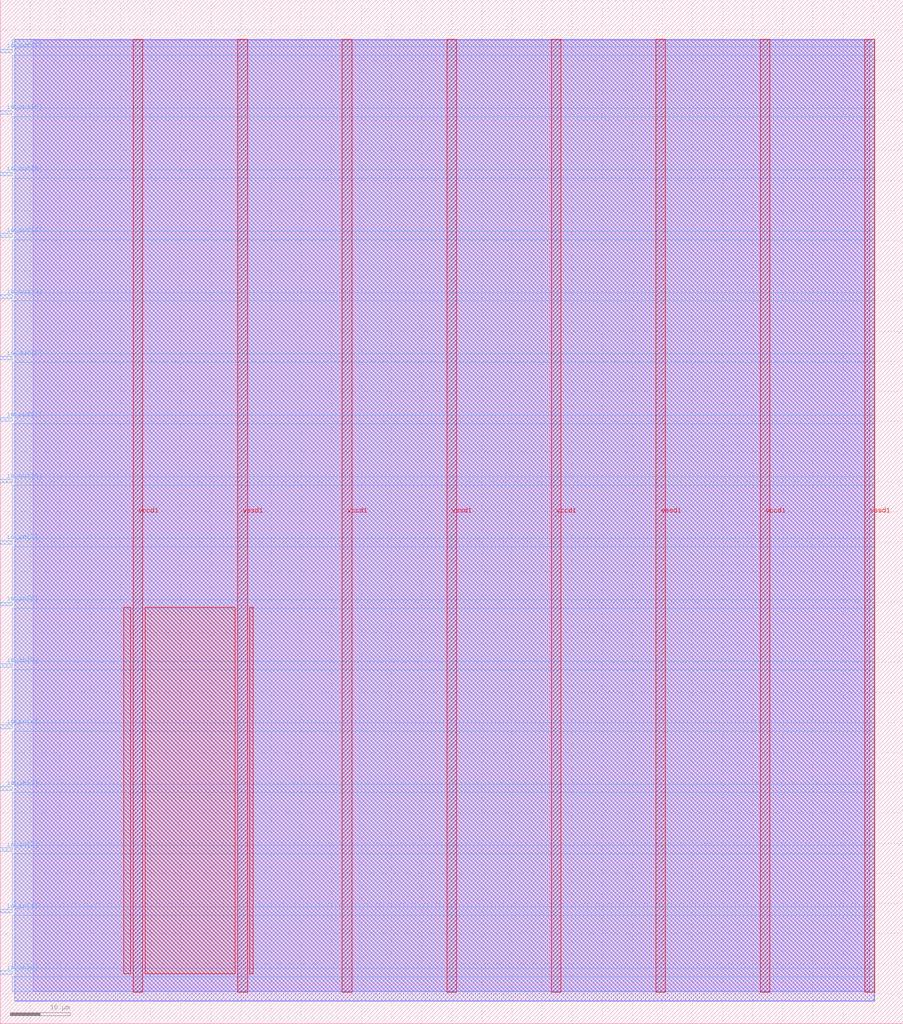
<source format=lef>
VERSION 5.7 ;
  NOWIREEXTENSIONATPIN ON ;
  DIVIDERCHAR "/" ;
  BUSBITCHARS "[]" ;
MACRO meriac_tt02_play_tune
  CLASS BLOCK ;
  FOREIGN meriac_tt02_play_tune ;
  ORIGIN 0.000 0.000 ;
  SIZE 150.000 BY 170.000 ;
  PIN io_in[0]
    DIRECTION INPUT ;
    USE SIGNAL ;
    PORT
      LAYER met3 ;
        RECT 0.000 8.200 2.000 8.800 ;
    END
  END io_in[0]
  PIN io_in[1]
    DIRECTION INPUT ;
    USE SIGNAL ;
    PORT
      LAYER met3 ;
        RECT 0.000 18.400 2.000 19.000 ;
    END
  END io_in[1]
  PIN io_in[2]
    DIRECTION INPUT ;
    USE SIGNAL ;
    PORT
      LAYER met3 ;
        RECT 0.000 28.600 2.000 29.200 ;
    END
  END io_in[2]
  PIN io_in[3]
    DIRECTION INPUT ;
    USE SIGNAL ;
    PORT
      LAYER met3 ;
        RECT 0.000 38.800 2.000 39.400 ;
    END
  END io_in[3]
  PIN io_in[4]
    DIRECTION INPUT ;
    USE SIGNAL ;
    PORT
      LAYER met3 ;
        RECT 0.000 49.000 2.000 49.600 ;
    END
  END io_in[4]
  PIN io_in[5]
    DIRECTION INPUT ;
    USE SIGNAL ;
    PORT
      LAYER met3 ;
        RECT 0.000 59.200 2.000 59.800 ;
    END
  END io_in[5]
  PIN io_in[6]
    DIRECTION INPUT ;
    USE SIGNAL ;
    PORT
      LAYER met3 ;
        RECT 0.000 69.400 2.000 70.000 ;
    END
  END io_in[6]
  PIN io_in[7]
    DIRECTION INPUT ;
    USE SIGNAL ;
    PORT
      LAYER met3 ;
        RECT 0.000 79.600 2.000 80.200 ;
    END
  END io_in[7]
  PIN io_out[0]
    DIRECTION OUTPUT TRISTATE ;
    USE SIGNAL ;
    PORT
      LAYER met3 ;
        RECT 0.000 89.800 2.000 90.400 ;
    END
  END io_out[0]
  PIN io_out[1]
    DIRECTION OUTPUT TRISTATE ;
    USE SIGNAL ;
    PORT
      LAYER met3 ;
        RECT 0.000 100.000 2.000 100.600 ;
    END
  END io_out[1]
  PIN io_out[2]
    DIRECTION OUTPUT TRISTATE ;
    USE SIGNAL ;
    PORT
      LAYER met3 ;
        RECT 0.000 110.200 2.000 110.800 ;
    END
  END io_out[2]
  PIN io_out[3]
    DIRECTION OUTPUT TRISTATE ;
    USE SIGNAL ;
    PORT
      LAYER met3 ;
        RECT 0.000 120.400 2.000 121.000 ;
    END
  END io_out[3]
  PIN io_out[4]
    DIRECTION OUTPUT TRISTATE ;
    USE SIGNAL ;
    PORT
      LAYER met3 ;
        RECT 0.000 130.600 2.000 131.200 ;
    END
  END io_out[4]
  PIN io_out[5]
    DIRECTION OUTPUT TRISTATE ;
    USE SIGNAL ;
    PORT
      LAYER met3 ;
        RECT 0.000 140.800 2.000 141.400 ;
    END
  END io_out[5]
  PIN io_out[6]
    DIRECTION OUTPUT TRISTATE ;
    USE SIGNAL ;
    PORT
      LAYER met3 ;
        RECT 0.000 151.000 2.000 151.600 ;
    END
  END io_out[6]
  PIN io_out[7]
    DIRECTION OUTPUT TRISTATE ;
    USE SIGNAL ;
    PORT
      LAYER met3 ;
        RECT 0.000 161.200 2.000 161.800 ;
    END
  END io_out[7]
  PIN vccd1
    DIRECTION INOUT ;
    USE POWER ;
    PORT
      LAYER met4 ;
        RECT 22.085 5.200 23.685 163.440 ;
    END
    PORT
      LAYER met4 ;
        RECT 56.815 5.200 58.415 163.440 ;
    END
    PORT
      LAYER met4 ;
        RECT 91.545 5.200 93.145 163.440 ;
    END
    PORT
      LAYER met4 ;
        RECT 126.275 5.200 127.875 163.440 ;
    END
  END vccd1
  PIN vssd1
    DIRECTION INOUT ;
    USE GROUND ;
    PORT
      LAYER met4 ;
        RECT 39.450 5.200 41.050 163.440 ;
    END
    PORT
      LAYER met4 ;
        RECT 74.180 5.200 75.780 163.440 ;
    END
    PORT
      LAYER met4 ;
        RECT 108.910 5.200 110.510 163.440 ;
    END
    PORT
      LAYER met4 ;
        RECT 143.640 5.200 145.240 163.440 ;
    END
  END vssd1
  OBS
      LAYER li1 ;
        RECT 5.520 5.355 144.440 163.285 ;
      LAYER met1 ;
        RECT 2.370 3.780 145.240 163.440 ;
      LAYER met2 ;
        RECT 2.390 3.750 145.210 163.385 ;
      LAYER met3 ;
        RECT 2.000 162.200 145.230 163.365 ;
        RECT 2.400 160.800 145.230 162.200 ;
        RECT 2.000 152.000 145.230 160.800 ;
        RECT 2.400 150.600 145.230 152.000 ;
        RECT 2.000 141.800 145.230 150.600 ;
        RECT 2.400 140.400 145.230 141.800 ;
        RECT 2.000 131.600 145.230 140.400 ;
        RECT 2.400 130.200 145.230 131.600 ;
        RECT 2.000 121.400 145.230 130.200 ;
        RECT 2.400 120.000 145.230 121.400 ;
        RECT 2.000 111.200 145.230 120.000 ;
        RECT 2.400 109.800 145.230 111.200 ;
        RECT 2.000 101.000 145.230 109.800 ;
        RECT 2.400 99.600 145.230 101.000 ;
        RECT 2.000 90.800 145.230 99.600 ;
        RECT 2.400 89.400 145.230 90.800 ;
        RECT 2.000 80.600 145.230 89.400 ;
        RECT 2.400 79.200 145.230 80.600 ;
        RECT 2.000 70.400 145.230 79.200 ;
        RECT 2.400 69.000 145.230 70.400 ;
        RECT 2.000 60.200 145.230 69.000 ;
        RECT 2.400 58.800 145.230 60.200 ;
        RECT 2.000 50.000 145.230 58.800 ;
        RECT 2.400 48.600 145.230 50.000 ;
        RECT 2.000 39.800 145.230 48.600 ;
        RECT 2.400 38.400 145.230 39.800 ;
        RECT 2.000 29.600 145.230 38.400 ;
        RECT 2.400 28.200 145.230 29.600 ;
        RECT 2.000 19.400 145.230 28.200 ;
        RECT 2.400 18.000 145.230 19.400 ;
        RECT 2.000 9.200 145.230 18.000 ;
        RECT 2.400 7.800 145.230 9.200 ;
        RECT 2.000 5.275 145.230 7.800 ;
      LAYER met4 ;
        RECT 20.535 8.335 21.685 69.185 ;
        RECT 24.085 8.335 39.050 69.185 ;
        RECT 41.450 8.335 42.025 69.185 ;
  END
END meriac_tt02_play_tune
END LIBRARY


</source>
